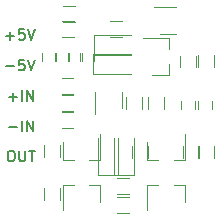
<source format=gbr>
G04 #@! TF.GenerationSoftware,KiCad,Pcbnew,(5.1.2)-2*
G04 #@! TF.CreationDate,2019-07-22T07:28:34+02:00*
G04 #@! TF.ProjectId,DiscreteOperationalAmplifier,44697363-7265-4746-954f-706572617469,rev?*
G04 #@! TF.SameCoordinates,Original*
G04 #@! TF.FileFunction,Legend,Top*
G04 #@! TF.FilePolarity,Positive*
%FSLAX46Y46*%
G04 Gerber Fmt 4.6, Leading zero omitted, Abs format (unit mm)*
G04 Created by KiCad (PCBNEW (5.1.2)-2) date 2019-07-22 07:28:34*
%MOMM*%
%LPD*%
G04 APERTURE LIST*
%ADD10C,0.150000*%
%ADD11C,0.120000*%
G04 APERTURE END LIST*
D10*
X87541000Y-51423166D02*
X87710333Y-51423166D01*
X87795000Y-51465500D01*
X87879666Y-51550166D01*
X87922000Y-51719500D01*
X87922000Y-52015833D01*
X87879666Y-52185166D01*
X87795000Y-52269833D01*
X87710333Y-52312166D01*
X87541000Y-52312166D01*
X87456333Y-52269833D01*
X87371666Y-52185166D01*
X87329333Y-52015833D01*
X87329333Y-51719500D01*
X87371666Y-51550166D01*
X87456333Y-51465500D01*
X87541000Y-51423166D01*
X88303000Y-51423166D02*
X88303000Y-52142833D01*
X88345333Y-52227500D01*
X88387666Y-52269833D01*
X88472333Y-52312166D01*
X88641666Y-52312166D01*
X88726333Y-52269833D01*
X88768666Y-52227500D01*
X88811000Y-52142833D01*
X88811000Y-51423166D01*
X89107333Y-51423166D02*
X89615333Y-51423166D01*
X89361333Y-52312166D02*
X89361333Y-51423166D01*
X87456333Y-49401000D02*
X88133666Y-49401000D01*
X88556999Y-49739666D02*
X88556999Y-48850666D01*
X88980333Y-49739666D02*
X88980333Y-48850666D01*
X89488333Y-49739666D01*
X89488333Y-48850666D01*
X87456333Y-46828500D02*
X88133666Y-46828500D01*
X87794999Y-47167166D02*
X87794999Y-46489833D01*
X88556999Y-47167166D02*
X88556999Y-46278166D01*
X88980333Y-47167166D02*
X88980333Y-46278166D01*
X89488333Y-47167166D01*
X89488333Y-46278166D01*
X87202333Y-44256000D02*
X87879666Y-44256000D01*
X88726333Y-43705666D02*
X88302999Y-43705666D01*
X88260666Y-44129000D01*
X88302999Y-44086666D01*
X88387666Y-44044333D01*
X88599333Y-44044333D01*
X88683999Y-44086666D01*
X88726333Y-44129000D01*
X88768666Y-44213666D01*
X88768666Y-44425333D01*
X88726333Y-44510000D01*
X88683999Y-44552333D01*
X88599333Y-44594666D01*
X88387666Y-44594666D01*
X88302999Y-44552333D01*
X88260666Y-44510000D01*
X89022666Y-43705666D02*
X89318999Y-44594666D01*
X89615333Y-43705666D01*
X87202333Y-41683500D02*
X87879666Y-41683500D01*
X87540999Y-42022166D02*
X87540999Y-41344833D01*
X88726333Y-41133166D02*
X88302999Y-41133166D01*
X88260666Y-41556500D01*
X88302999Y-41514166D01*
X88387666Y-41471833D01*
X88599333Y-41471833D01*
X88683999Y-41514166D01*
X88726333Y-41556500D01*
X88768666Y-41641166D01*
X88768666Y-41852833D01*
X88726333Y-41937500D01*
X88683999Y-41979833D01*
X88599333Y-42022166D01*
X88387666Y-42022166D01*
X88302999Y-41979833D01*
X88260666Y-41937500D01*
X89022666Y-41133166D02*
X89318999Y-42022166D01*
X89615333Y-41133166D01*
D11*
X93475000Y-43825000D02*
X93475000Y-43125000D01*
X94675000Y-43125000D02*
X94675000Y-43825000D01*
X92400000Y-43825000D02*
X92400000Y-43125000D01*
X93600000Y-43125000D02*
X93600000Y-43825000D01*
X91325000Y-43825000D02*
X91325000Y-43125000D01*
X92525000Y-43125000D02*
X92525000Y-43825000D01*
X91450000Y-43125000D02*
X91450000Y-43825000D01*
X90250000Y-43825000D02*
X90250000Y-43125000D01*
X102030000Y-47880000D02*
X102030000Y-47180000D01*
X103230000Y-47180000D02*
X103230000Y-47880000D01*
X104650000Y-47190000D02*
X104650000Y-47890000D01*
X103450000Y-47890000D02*
X103450000Y-47190000D01*
X94650000Y-41600000D02*
X94650000Y-43300000D01*
X94650000Y-43300000D02*
X97800000Y-43300000D01*
X94650000Y-41600000D02*
X97800000Y-41600000D01*
X94600000Y-43225000D02*
X97750000Y-43225000D01*
X94600000Y-44925000D02*
X97750000Y-44925000D01*
X94600000Y-43225000D02*
X94600000Y-44925000D01*
X96310000Y-53480000D02*
X96310000Y-50330000D01*
X98010000Y-53480000D02*
X98010000Y-50330000D01*
X96310000Y-53480000D02*
X98010000Y-53480000D01*
X94950000Y-53480000D02*
X96650000Y-53480000D01*
X96650000Y-53480000D02*
X96650000Y-50330000D01*
X94950000Y-53480000D02*
X94950000Y-50330000D01*
X92900000Y-48030000D02*
X91900000Y-48030000D01*
X91900000Y-46670000D02*
X92900000Y-46670000D01*
X91900000Y-48120000D02*
X92900000Y-48120000D01*
X92900000Y-49480000D02*
X91900000Y-49480000D01*
X96980000Y-41810000D02*
X95980000Y-41810000D01*
X95980000Y-40450000D02*
X96980000Y-40450000D01*
X93000000Y-40480000D02*
X92000000Y-40480000D01*
X92000000Y-39120000D02*
X93000000Y-39120000D01*
X97320000Y-47850000D02*
X97320000Y-46850000D01*
X98680000Y-46850000D02*
X98680000Y-47850000D01*
X92900000Y-46580000D02*
X91900000Y-46580000D01*
X91900000Y-45220000D02*
X92900000Y-45220000D01*
X100588333Y-46840000D02*
X100588333Y-47840000D01*
X99228333Y-47840000D02*
X99228333Y-46840000D01*
X91970000Y-40450000D02*
X92970000Y-40450000D01*
X92970000Y-41810000D02*
X91970000Y-41810000D01*
X91780000Y-50900000D02*
X91780000Y-51900000D01*
X90420000Y-51900000D02*
X90420000Y-50900000D01*
X101910000Y-44350000D02*
X101910000Y-43350000D01*
X103270000Y-43350000D02*
X103270000Y-44350000D01*
X104770000Y-43290000D02*
X104770000Y-44290000D01*
X103410000Y-44290000D02*
X103410000Y-43290000D01*
X104780000Y-51025000D02*
X104780000Y-52025000D01*
X103420000Y-52025000D02*
X103420000Y-51025000D01*
X103555000Y-51040000D02*
X103555000Y-52040000D01*
X102195000Y-52040000D02*
X102195000Y-51040000D01*
X99200000Y-51040000D02*
X99200000Y-52040000D01*
X97840000Y-52040000D02*
X97840000Y-51040000D01*
X90420000Y-55600000D02*
X90420000Y-54600000D01*
X91780000Y-54600000D02*
X91780000Y-55600000D01*
X96595000Y-53720000D02*
X97595000Y-53720000D01*
X97595000Y-55080000D02*
X96595000Y-55080000D01*
X97595000Y-56680000D02*
X96595000Y-56680000D01*
X96595000Y-55320000D02*
X97595000Y-55320000D01*
X101600000Y-39240000D02*
X99700000Y-39240000D01*
X100200000Y-41560000D02*
X101600000Y-41560000D01*
X97010000Y-47825000D02*
X97010000Y-46425000D01*
X94690000Y-46425000D02*
X94690000Y-48325000D01*
X100985000Y-44980000D02*
X99525000Y-44980000D01*
X100985000Y-41820000D02*
X98825000Y-41820000D01*
X100985000Y-41820000D02*
X100985000Y-42750000D01*
X100985000Y-44980000D02*
X100985000Y-44050000D01*
X99145000Y-52160000D02*
X100075000Y-52160000D01*
X102305000Y-52160000D02*
X101375000Y-52160000D01*
X102305000Y-52160000D02*
X102305000Y-50000000D01*
X99145000Y-52160000D02*
X99145000Y-50700000D01*
X92020000Y-52160000D02*
X92020000Y-50700000D01*
X95180000Y-52160000D02*
X95180000Y-50000000D01*
X95180000Y-52160000D02*
X94250000Y-52160000D01*
X92020000Y-52160000D02*
X92950000Y-52160000D01*
X102305000Y-54270000D02*
X102305000Y-55730000D01*
X99145000Y-54270000D02*
X99145000Y-56430000D01*
X99145000Y-54270000D02*
X100075000Y-54270000D01*
X102305000Y-54270000D02*
X101375000Y-54270000D01*
X95180000Y-54270000D02*
X94250000Y-54270000D01*
X92020000Y-54270000D02*
X92950000Y-54270000D01*
X92020000Y-54270000D02*
X92020000Y-56430000D01*
X95180000Y-54270000D02*
X95180000Y-55730000D01*
M02*

</source>
